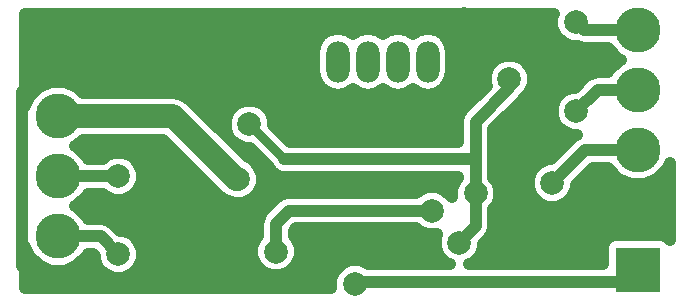
<source format=gbr>
G04 #@! TF.FileFunction,Copper,L2,Bot,Signal*
%FSLAX46Y46*%
G04 Gerber Fmt 4.6, Leading zero omitted, Abs format (unit mm)*
G04 Created by KiCad (PCBNEW 4.0.6) date Monday, 20 June 2022 'PMt' 12:21:43*
%MOMM*%
%LPD*%
G01*
G04 APERTURE LIST*
%ADD10C,0.100000*%
%ADD11R,2.000000X3.000000*%
%ADD12O,2.000000X3.500000*%
%ADD13C,3.810000*%
%ADD14R,3.810000X3.810000*%
%ADD15C,2.000000*%
%ADD16C,2.000000*%
%ADD17C,1.000000*%
%ADD18C,0.800000*%
%ADD19C,0.700000*%
G04 APERTURE END LIST*
D10*
D11*
X25850000Y21180000D03*
D12*
X28390000Y21180000D03*
X30930000Y21180000D03*
X33470000Y21180000D03*
X36010000Y21180000D03*
D13*
X4720000Y16550000D03*
X4720000Y11470000D03*
D14*
X4720000Y21630000D03*
D13*
X4720000Y6390000D03*
X53820000Y8630000D03*
X53820000Y13710000D03*
D14*
X53820000Y3550000D03*
D13*
X53820000Y18790000D03*
X53820000Y23870000D03*
D15*
X19990000Y11228000D03*
X12624000Y9704000D03*
X39050000Y24770000D03*
X48650000Y5070000D03*
X32190000Y17760000D03*
X42940000Y19700000D03*
X20930000Y15880000D03*
X40080000Y10020000D03*
X38710000Y5870000D03*
X36390000Y8560000D03*
X23170000Y5090000D03*
X9830000Y11482000D03*
X9830000Y4878000D03*
X29870000Y2360000D03*
X48600000Y16990000D03*
X46560000Y10900000D03*
X48580000Y24500000D03*
D16*
X19990000Y11228000D02*
X19782000Y11228000D01*
X4720000Y16550000D02*
X14460000Y16550000D01*
X19782000Y11228000D02*
X14460000Y16550000D01*
X6120000Y16550000D02*
X4720000Y16550000D01*
D17*
X1702000Y18612000D02*
X4720000Y21630000D01*
X1702000Y3862000D02*
X1702000Y18612000D01*
X2972000Y2592000D02*
X1702000Y3862000D01*
X11862000Y2592000D02*
X2972000Y2592000D01*
X12370000Y3100000D02*
X11862000Y2592000D01*
X12370000Y9450000D02*
X12370000Y3100000D01*
X12624000Y9704000D02*
X12370000Y9450000D01*
D16*
X10870000Y21180000D02*
X25850000Y21180000D01*
X10420000Y21630000D02*
X10520000Y21530000D01*
X4720000Y21630000D02*
X10420000Y21630000D01*
D18*
X10870000Y21180000D02*
X10520000Y21530000D01*
D17*
X42250000Y24770000D02*
X39050000Y24770000D01*
X53820000Y8630000D02*
X44370000Y8630000D01*
X45640000Y21380000D02*
X42250000Y24770000D01*
X45640000Y18480000D02*
X45640000Y21380000D01*
X43820000Y16660000D02*
X45640000Y18480000D01*
X43820000Y9180000D02*
X43820000Y16660000D01*
X44370000Y8630000D02*
X43820000Y9180000D01*
X48650000Y5070000D02*
X52210000Y8630000D01*
D18*
X52210000Y8630000D02*
X53820000Y8630000D01*
D17*
X25850000Y18540000D02*
X25850000Y21180000D01*
X26480000Y17910000D02*
X25850000Y18540000D01*
X32040000Y17910000D02*
X26480000Y17910000D01*
D19*
X32190000Y17760000D02*
X32040000Y17910000D01*
D17*
X40080000Y16090000D02*
X40080000Y12920000D01*
X42940000Y18950000D02*
X40080000Y16090000D01*
D18*
X42940000Y19700000D02*
X42940000Y18950000D01*
D17*
X23890000Y12920000D02*
X40080000Y12920000D01*
D18*
X20930000Y15880000D02*
X23890000Y12920000D01*
D17*
X40080000Y12920000D02*
X40080000Y10020000D01*
X40080000Y7240000D02*
X40080000Y10020000D01*
X38710000Y5870000D02*
X40080000Y7240000D01*
X36390000Y8560000D02*
X24260000Y8560000D01*
X23170000Y7470000D02*
X23170000Y5090000D01*
X24260000Y8560000D02*
X23170000Y7470000D01*
X4720000Y11470000D02*
X9818000Y11470000D01*
X9818000Y11470000D02*
X9830000Y11482000D01*
X8318000Y6390000D02*
X4720000Y6390000D01*
X9830000Y4878000D02*
X8318000Y6390000D01*
X30060000Y2550000D02*
X52820000Y2550000D01*
D18*
X29870000Y2360000D02*
X30060000Y2550000D01*
D17*
X52820000Y2550000D02*
X53820000Y3550000D01*
X53820000Y18790000D02*
X50400000Y18790000D01*
X50400000Y18790000D02*
X48600000Y16990000D01*
X49370000Y13710000D02*
X46560000Y10900000D01*
X53820000Y13710000D02*
X49370000Y13710000D01*
X49210000Y23870000D02*
X53820000Y23870000D01*
X48580000Y24500000D02*
X49210000Y23870000D01*
G36*
X46580348Y24899570D02*
X46579654Y24103921D01*
X46883494Y23368571D01*
X47445612Y22805471D01*
X48180430Y22500348D01*
X48612343Y22499971D01*
X48635975Y22484181D01*
X49210000Y22370000D01*
X51296573Y22370000D01*
X51355825Y22226600D01*
X52172301Y21408697D01*
X52360970Y21330355D01*
X52176600Y21254175D01*
X51358697Y20437699D01*
X51297367Y20290000D01*
X50400000Y20290000D01*
X49825975Y20175819D01*
X49339340Y19850660D01*
X48478786Y18990106D01*
X48203921Y18990346D01*
X47468571Y18686506D01*
X46905471Y18124388D01*
X46600348Y17389570D01*
X46599654Y16593921D01*
X46903494Y15858571D01*
X47465612Y15295471D01*
X48200430Y14990348D01*
X48637556Y14989967D01*
X48309340Y14770660D01*
X46438786Y12900106D01*
X46163921Y12900346D01*
X45428571Y12596506D01*
X44865471Y12034388D01*
X44560348Y11299570D01*
X44559654Y10503921D01*
X44863494Y9768571D01*
X45425612Y9205471D01*
X46160430Y8900348D01*
X46956079Y8899654D01*
X47691429Y9203494D01*
X48254529Y9765612D01*
X48559652Y10500430D01*
X48559895Y10778575D01*
X49991320Y12210000D01*
X51296573Y12210000D01*
X51355825Y12066600D01*
X52172301Y11248697D01*
X53239625Y10805506D01*
X54395305Y10804497D01*
X55463400Y11245825D01*
X56281303Y12062301D01*
X56495000Y12576941D01*
X56495000Y6105092D01*
X56455851Y6165931D01*
X56121678Y6394262D01*
X55725000Y6474591D01*
X51915000Y6474591D01*
X51544422Y6404862D01*
X51204069Y6185851D01*
X50975738Y5851678D01*
X50895409Y5455000D01*
X50895409Y4050000D01*
X39542550Y4050000D01*
X39841429Y4173494D01*
X40404529Y4735612D01*
X40709652Y5470430D01*
X40709895Y5748575D01*
X41140660Y6179340D01*
X41465819Y6665975D01*
X41580000Y7240000D01*
X41580000Y8691422D01*
X41774529Y8885612D01*
X42079652Y9620430D01*
X42080346Y10416079D01*
X41776506Y11151429D01*
X41580000Y11348278D01*
X41580000Y15468680D01*
X44000660Y17889340D01*
X44087965Y18020001D01*
X44634529Y18565612D01*
X44939652Y19300430D01*
X44940346Y20096079D01*
X44636506Y20831429D01*
X44074388Y21394529D01*
X43339570Y21699652D01*
X42543921Y21700346D01*
X41808571Y21396506D01*
X41245471Y20834388D01*
X40940348Y20099570D01*
X40939654Y19303921D01*
X41007763Y19139083D01*
X39019340Y17150660D01*
X38694181Y16664025D01*
X38580000Y16090000D01*
X38580000Y14420000D01*
X24369899Y14420000D01*
X22929983Y15859915D01*
X22930346Y16276079D01*
X22626506Y17011429D01*
X22064388Y17574529D01*
X21329570Y17879652D01*
X20533921Y17880346D01*
X19798571Y17576506D01*
X19235471Y17014388D01*
X18930348Y16279570D01*
X18929654Y15483921D01*
X19233494Y14748571D01*
X19795612Y14185471D01*
X20530430Y13880348D01*
X20950120Y13879982D01*
X22544565Y12285536D01*
X22829340Y11859340D01*
X23315975Y11534181D01*
X23890000Y11420000D01*
X38580000Y11420000D01*
X38580000Y11348578D01*
X38385471Y11154388D01*
X38080348Y10419570D01*
X38079719Y9698228D01*
X37524388Y10254529D01*
X36789570Y10559652D01*
X35993921Y10560346D01*
X35258571Y10256506D01*
X35061722Y10060000D01*
X24260000Y10060000D01*
X23685975Y9945819D01*
X23199340Y9620660D01*
X22109340Y8530660D01*
X21784181Y8044025D01*
X21670000Y7470000D01*
X21670000Y6418578D01*
X21475471Y6224388D01*
X21170348Y5489570D01*
X21169654Y4693921D01*
X21473494Y3958571D01*
X22035612Y3395471D01*
X22770430Y3090348D01*
X23566079Y3089654D01*
X24301429Y3393494D01*
X24864529Y3955612D01*
X25169652Y4690430D01*
X25170346Y5486079D01*
X24866506Y6221429D01*
X24670000Y6418278D01*
X24670000Y6848680D01*
X24881320Y7060000D01*
X35061422Y7060000D01*
X35255612Y6865471D01*
X35990430Y6560348D01*
X36786079Y6559654D01*
X36840064Y6581960D01*
X36710348Y6269570D01*
X36709654Y5473921D01*
X37013494Y4738571D01*
X37575612Y4175471D01*
X37877780Y4050000D01*
X31008909Y4050000D01*
X31004388Y4054529D01*
X30269570Y4359652D01*
X29473921Y4360346D01*
X28738571Y4056506D01*
X28175471Y3494388D01*
X27870348Y2759570D01*
X27869672Y1985000D01*
X1945000Y1985000D01*
X1945000Y5498854D01*
X2255825Y4746600D01*
X3072301Y3928697D01*
X4139625Y3485506D01*
X5295305Y3484497D01*
X6363400Y3925825D01*
X7181303Y4742301D01*
X7242633Y4890000D01*
X7696680Y4890000D01*
X7829894Y4756786D01*
X7829654Y4481921D01*
X8133494Y3746571D01*
X8695612Y3183471D01*
X9430430Y2878348D01*
X10226079Y2877654D01*
X10961429Y3181494D01*
X11524529Y3743612D01*
X11829652Y4478430D01*
X11830346Y5274079D01*
X11526506Y6009429D01*
X10964388Y6572529D01*
X10229570Y6877652D01*
X9951425Y6877895D01*
X9378660Y7450660D01*
X8892025Y7775819D01*
X8318000Y7890000D01*
X7243427Y7890000D01*
X7184175Y8033400D01*
X6367699Y8851303D01*
X6179030Y8929645D01*
X6363400Y9005825D01*
X7181303Y9822301D01*
X7242633Y9970000D01*
X8513401Y9970000D01*
X8695612Y9787471D01*
X9430430Y9482348D01*
X10226079Y9481654D01*
X10961429Y9785494D01*
X11524529Y10347612D01*
X11829652Y11082430D01*
X11830346Y11878079D01*
X11526506Y12613429D01*
X10964388Y13176529D01*
X10229570Y13481652D01*
X9433921Y13482346D01*
X8698571Y13178506D01*
X8489701Y12970000D01*
X7243427Y12970000D01*
X7184175Y13113400D01*
X6367699Y13931303D01*
X6179030Y14009645D01*
X6363400Y14085825D01*
X6828386Y14550000D01*
X13631572Y14550000D01*
X18367784Y9813789D01*
X18367786Y9813786D01*
X19016633Y9380241D01*
X19143616Y9354982D01*
X19415890Y9300823D01*
X19590430Y9228348D01*
X19781081Y9228182D01*
X19782000Y9227999D01*
X19782005Y9228000D01*
X19989401Y9228000D01*
X20386079Y9227654D01*
X21121429Y9531494D01*
X21684529Y10093612D01*
X21989652Y10828430D01*
X21990346Y11624079D01*
X21686506Y12359429D01*
X21124388Y12922529D01*
X20767851Y13070576D01*
X15874214Y17964214D01*
X15225367Y18397759D01*
X14460000Y18550001D01*
X14459995Y18550000D01*
X6828197Y18550000D01*
X6367699Y19011303D01*
X5300375Y19454494D01*
X4144695Y19455503D01*
X3076600Y19014175D01*
X2258697Y18197699D01*
X1945000Y17442232D01*
X1945000Y21983876D01*
X26390000Y21983876D01*
X26390000Y20376124D01*
X26542241Y19610757D01*
X26975786Y18961910D01*
X27624633Y18528365D01*
X28390000Y18376124D01*
X29155367Y18528365D01*
X29660000Y18865549D01*
X30164633Y18528365D01*
X30930000Y18376124D01*
X31695367Y18528365D01*
X32200000Y18865549D01*
X32704633Y18528365D01*
X33470000Y18376124D01*
X34235367Y18528365D01*
X34740000Y18865549D01*
X35244633Y18528365D01*
X36010000Y18376124D01*
X36775367Y18528365D01*
X37424214Y18961910D01*
X37857759Y19610757D01*
X38010000Y20376124D01*
X38010000Y21983876D01*
X37857759Y22749243D01*
X37424214Y23398090D01*
X36775367Y23831635D01*
X36010000Y23983876D01*
X35244633Y23831635D01*
X34740000Y23494451D01*
X34235367Y23831635D01*
X33470000Y23983876D01*
X32704633Y23831635D01*
X32200000Y23494451D01*
X31695367Y23831635D01*
X30930000Y23983876D01*
X30164633Y23831635D01*
X29660000Y23494451D01*
X29155367Y23831635D01*
X28390000Y23983876D01*
X27624633Y23831635D01*
X26975786Y23398090D01*
X26542241Y22749243D01*
X26390000Y21983876D01*
X1945000Y21983876D01*
X1945000Y25185000D01*
X46698869Y25185000D01*
X46580348Y24899570D01*
X46580348Y24899570D01*
G37*
X46580348Y24899570D02*
X46579654Y24103921D01*
X46883494Y23368571D01*
X47445612Y22805471D01*
X48180430Y22500348D01*
X48612343Y22499971D01*
X48635975Y22484181D01*
X49210000Y22370000D01*
X51296573Y22370000D01*
X51355825Y22226600D01*
X52172301Y21408697D01*
X52360970Y21330355D01*
X52176600Y21254175D01*
X51358697Y20437699D01*
X51297367Y20290000D01*
X50400000Y20290000D01*
X49825975Y20175819D01*
X49339340Y19850660D01*
X48478786Y18990106D01*
X48203921Y18990346D01*
X47468571Y18686506D01*
X46905471Y18124388D01*
X46600348Y17389570D01*
X46599654Y16593921D01*
X46903494Y15858571D01*
X47465612Y15295471D01*
X48200430Y14990348D01*
X48637556Y14989967D01*
X48309340Y14770660D01*
X46438786Y12900106D01*
X46163921Y12900346D01*
X45428571Y12596506D01*
X44865471Y12034388D01*
X44560348Y11299570D01*
X44559654Y10503921D01*
X44863494Y9768571D01*
X45425612Y9205471D01*
X46160430Y8900348D01*
X46956079Y8899654D01*
X47691429Y9203494D01*
X48254529Y9765612D01*
X48559652Y10500430D01*
X48559895Y10778575D01*
X49991320Y12210000D01*
X51296573Y12210000D01*
X51355825Y12066600D01*
X52172301Y11248697D01*
X53239625Y10805506D01*
X54395305Y10804497D01*
X55463400Y11245825D01*
X56281303Y12062301D01*
X56495000Y12576941D01*
X56495000Y6105092D01*
X56455851Y6165931D01*
X56121678Y6394262D01*
X55725000Y6474591D01*
X51915000Y6474591D01*
X51544422Y6404862D01*
X51204069Y6185851D01*
X50975738Y5851678D01*
X50895409Y5455000D01*
X50895409Y4050000D01*
X39542550Y4050000D01*
X39841429Y4173494D01*
X40404529Y4735612D01*
X40709652Y5470430D01*
X40709895Y5748575D01*
X41140660Y6179340D01*
X41465819Y6665975D01*
X41580000Y7240000D01*
X41580000Y8691422D01*
X41774529Y8885612D01*
X42079652Y9620430D01*
X42080346Y10416079D01*
X41776506Y11151429D01*
X41580000Y11348278D01*
X41580000Y15468680D01*
X44000660Y17889340D01*
X44087965Y18020001D01*
X44634529Y18565612D01*
X44939652Y19300430D01*
X44940346Y20096079D01*
X44636506Y20831429D01*
X44074388Y21394529D01*
X43339570Y21699652D01*
X42543921Y21700346D01*
X41808571Y21396506D01*
X41245471Y20834388D01*
X40940348Y20099570D01*
X40939654Y19303921D01*
X41007763Y19139083D01*
X39019340Y17150660D01*
X38694181Y16664025D01*
X38580000Y16090000D01*
X38580000Y14420000D01*
X24369899Y14420000D01*
X22929983Y15859915D01*
X22930346Y16276079D01*
X22626506Y17011429D01*
X22064388Y17574529D01*
X21329570Y17879652D01*
X20533921Y17880346D01*
X19798571Y17576506D01*
X19235471Y17014388D01*
X18930348Y16279570D01*
X18929654Y15483921D01*
X19233494Y14748571D01*
X19795612Y14185471D01*
X20530430Y13880348D01*
X20950120Y13879982D01*
X22544565Y12285536D01*
X22829340Y11859340D01*
X23315975Y11534181D01*
X23890000Y11420000D01*
X38580000Y11420000D01*
X38580000Y11348578D01*
X38385471Y11154388D01*
X38080348Y10419570D01*
X38079719Y9698228D01*
X37524388Y10254529D01*
X36789570Y10559652D01*
X35993921Y10560346D01*
X35258571Y10256506D01*
X35061722Y10060000D01*
X24260000Y10060000D01*
X23685975Y9945819D01*
X23199340Y9620660D01*
X22109340Y8530660D01*
X21784181Y8044025D01*
X21670000Y7470000D01*
X21670000Y6418578D01*
X21475471Y6224388D01*
X21170348Y5489570D01*
X21169654Y4693921D01*
X21473494Y3958571D01*
X22035612Y3395471D01*
X22770430Y3090348D01*
X23566079Y3089654D01*
X24301429Y3393494D01*
X24864529Y3955612D01*
X25169652Y4690430D01*
X25170346Y5486079D01*
X24866506Y6221429D01*
X24670000Y6418278D01*
X24670000Y6848680D01*
X24881320Y7060000D01*
X35061422Y7060000D01*
X35255612Y6865471D01*
X35990430Y6560348D01*
X36786079Y6559654D01*
X36840064Y6581960D01*
X36710348Y6269570D01*
X36709654Y5473921D01*
X37013494Y4738571D01*
X37575612Y4175471D01*
X37877780Y4050000D01*
X31008909Y4050000D01*
X31004388Y4054529D01*
X30269570Y4359652D01*
X29473921Y4360346D01*
X28738571Y4056506D01*
X28175471Y3494388D01*
X27870348Y2759570D01*
X27869672Y1985000D01*
X1945000Y1985000D01*
X1945000Y5498854D01*
X2255825Y4746600D01*
X3072301Y3928697D01*
X4139625Y3485506D01*
X5295305Y3484497D01*
X6363400Y3925825D01*
X7181303Y4742301D01*
X7242633Y4890000D01*
X7696680Y4890000D01*
X7829894Y4756786D01*
X7829654Y4481921D01*
X8133494Y3746571D01*
X8695612Y3183471D01*
X9430430Y2878348D01*
X10226079Y2877654D01*
X10961429Y3181494D01*
X11524529Y3743612D01*
X11829652Y4478430D01*
X11830346Y5274079D01*
X11526506Y6009429D01*
X10964388Y6572529D01*
X10229570Y6877652D01*
X9951425Y6877895D01*
X9378660Y7450660D01*
X8892025Y7775819D01*
X8318000Y7890000D01*
X7243427Y7890000D01*
X7184175Y8033400D01*
X6367699Y8851303D01*
X6179030Y8929645D01*
X6363400Y9005825D01*
X7181303Y9822301D01*
X7242633Y9970000D01*
X8513401Y9970000D01*
X8695612Y9787471D01*
X9430430Y9482348D01*
X10226079Y9481654D01*
X10961429Y9785494D01*
X11524529Y10347612D01*
X11829652Y11082430D01*
X11830346Y11878079D01*
X11526506Y12613429D01*
X10964388Y13176529D01*
X10229570Y13481652D01*
X9433921Y13482346D01*
X8698571Y13178506D01*
X8489701Y12970000D01*
X7243427Y12970000D01*
X7184175Y13113400D01*
X6367699Y13931303D01*
X6179030Y14009645D01*
X6363400Y14085825D01*
X6828386Y14550000D01*
X13631572Y14550000D01*
X18367784Y9813789D01*
X18367786Y9813786D01*
X19016633Y9380241D01*
X19143616Y9354982D01*
X19415890Y9300823D01*
X19590430Y9228348D01*
X19781081Y9228182D01*
X19782000Y9227999D01*
X19782005Y9228000D01*
X19989401Y9228000D01*
X20386079Y9227654D01*
X21121429Y9531494D01*
X21684529Y10093612D01*
X21989652Y10828430D01*
X21990346Y11624079D01*
X21686506Y12359429D01*
X21124388Y12922529D01*
X20767851Y13070576D01*
X15874214Y17964214D01*
X15225367Y18397759D01*
X14460000Y18550001D01*
X14459995Y18550000D01*
X6828197Y18550000D01*
X6367699Y19011303D01*
X5300375Y19454494D01*
X4144695Y19455503D01*
X3076600Y19014175D01*
X2258697Y18197699D01*
X1945000Y17442232D01*
X1945000Y21983876D01*
X26390000Y21983876D01*
X26390000Y20376124D01*
X26542241Y19610757D01*
X26975786Y18961910D01*
X27624633Y18528365D01*
X28390000Y18376124D01*
X29155367Y18528365D01*
X29660000Y18865549D01*
X30164633Y18528365D01*
X30930000Y18376124D01*
X31695367Y18528365D01*
X32200000Y18865549D01*
X32704633Y18528365D01*
X33470000Y18376124D01*
X34235367Y18528365D01*
X34740000Y18865549D01*
X35244633Y18528365D01*
X36010000Y18376124D01*
X36775367Y18528365D01*
X37424214Y18961910D01*
X37857759Y19610757D01*
X38010000Y20376124D01*
X38010000Y21983876D01*
X37857759Y22749243D01*
X37424214Y23398090D01*
X36775367Y23831635D01*
X36010000Y23983876D01*
X35244633Y23831635D01*
X34740000Y23494451D01*
X34235367Y23831635D01*
X33470000Y23983876D01*
X32704633Y23831635D01*
X32200000Y23494451D01*
X31695367Y23831635D01*
X30930000Y23983876D01*
X30164633Y23831635D01*
X29660000Y23494451D01*
X29155367Y23831635D01*
X28390000Y23983876D01*
X27624633Y23831635D01*
X26975786Y23398090D01*
X26542241Y22749243D01*
X26390000Y21983876D01*
X1945000Y21983876D01*
X1945000Y25185000D01*
X46698869Y25185000D01*
X46580348Y24899570D01*
M02*

</source>
